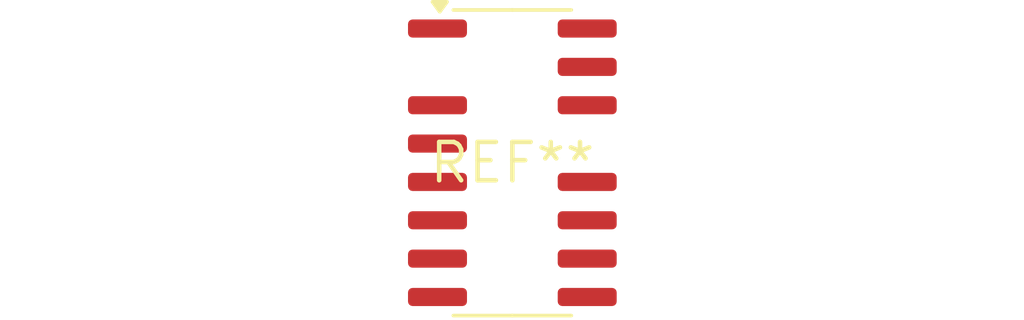
<source format=kicad_pcb>
(kicad_pcb (version 20240108) (generator pcbnew)
  (layers (0 "F.Cu" signal) (31 "B.Cu" signal) (34 "B.Paste" user) (35 "F.Paste" user) (36 "B.SilkS" user "B.Silkscreen") (37 "F.SilkS" user "F.Silkscreen") (38 "B.Mask" user) (39 "F.Mask" user) (44 "Edge.Cuts" user))
  (net 0 "")
  (footprint "SOIC-14-16_3.9x9.9mm_P1.27mm" (layer "F.Cu") (at 0 0)
    (property "Reference" "REF**")
    (property "Value" "SOIC-14-16_3.9x9.9mm_P1.27mm")
    (fp_line (start 0 -5.06) (end -1.95 -5.06) (layer "F.SilkS") (stroke (width 0.12)))
    (fp_line (start 0 -5.06) (end 1.95 -5.06) (layer "F.SilkS") (stroke (width 0.12)))
    (fp_line (start 0 5.06) (end -1.95 5.06) (layer "F.SilkS") (stroke (width 0.12)))
    (fp_line (start 0 5.06) (end 1.95 5.06) (layer "F.SilkS") (stroke (width 0.12)))
    (fp_poly (pts (xy -2.4 -5) (xy -2.64 -5.33) (xy -2.16 -5.33) (xy -2.4 -5)) (layer "F.SilkS") (stroke (width 0.12)) (fill solid))
    (pad "1" smd roundrect (at -2.475 -4.445) (size 1.95 0.6) (layers "F.Cu" "F.Paste" "F.Mask"))
    (pad "3" smd roundrect (at -2.475 -1.905) (size 1.95 0.6) (layers "F.Cu" "F.Paste" "F.Mask"))
    (pad "4" smd roundrect (at -2.475 -0.635) (size 1.95 0.6) (layers "F.Cu" "F.Paste" "F.Mask"))
    (pad "5" smd roundrect (at -2.475 0.635) (size 1.95 0.6) (layers "F.Cu" "F.Paste" "F.Mask"))
    (pad "6" smd roundrect (at -2.475 1.905) (size 1.95 0.6) (layers "F.Cu" "F.Paste" "F.Mask"))
    (pad "7" smd roundrect (at -2.475 3.175) (size 1.95 0.6) (layers "F.Cu" "F.Paste" "F.Mask"))
    (pad "8" smd roundrect (at -2.475 4.445) (size 1.95 0.6) (layers "F.Cu" "F.Paste" "F.Mask"))
    (pad "9" smd roundrect (at 2.475 4.445) (size 1.95 0.6) (layers "F.Cu" "F.Paste" "F.Mask"))
    (pad "10" smd roundrect (at 2.475 3.175) (size 1.95 0.6) (layers "F.Cu" "F.Paste" "F.Mask"))
    (pad "11" smd roundrect (at 2.475 1.905) (size 1.95 0.6) (layers "F.Cu" "F.Paste" "F.Mask"))
    (pad "12" smd roundrect (at 2.475 0.635) (size 1.95 0.6) (layers "F.Cu" "F.Paste" "F.Mask"))
    (pad "14" smd roundrect (at 2.475 -1.905) (size 1.95 0.6) (layers "F.Cu" "F.Paste" "F.Mask"))
    (pad "15" smd roundrect (at 2.475 -3.175) (size 1.95 0.6) (layers "F.Cu" "F.Paste" "F.Mask"))
    (pad "16" smd roundrect (at 2.475 -4.445) (size 1.95 0.6) (layers "F.Cu" "F.Paste" "F.Mask"))
  )
)
</source>
